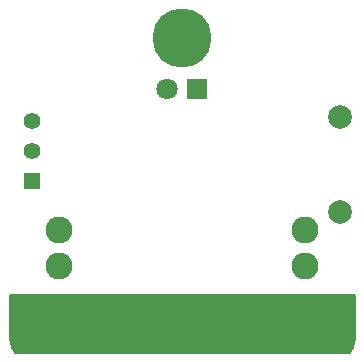
<source format=gtl>
G04 #@! TF.FileFunction,Copper,L1,Top,Signal*
%FSLAX46Y46*%
G04 Gerber Fmt 4.6, Leading zero omitted, Abs format (unit mm)*
G04 Created by KiCad (PCBNEW 4.0.7) date 09/04/18 12:43:30*
%MOMM*%
%LPD*%
G01*
G04 APERTURE LIST*
%ADD10C,0.100000*%
%ADD11C,1.998980*%
%ADD12C,5.000000*%
%ADD13C,2.286000*%
%ADD14R,1.800000X1.800000*%
%ADD15C,1.800000*%
%ADD16R,1.397000X1.397000*%
%ADD17C,1.397000*%
%ADD18C,0.254000*%
G04 APERTURE END LIST*
D10*
D11*
X188595000Y-81598000D03*
X188595000Y-89598000D03*
D12*
X175260000Y-74930000D03*
D13*
X185674000Y-94234000D03*
X164846000Y-94234000D03*
X185674000Y-91186000D03*
X164846000Y-91186000D03*
D14*
X176530000Y-79248000D03*
D15*
X173990000Y-79248000D03*
D16*
X162560000Y-86995000D03*
D17*
X162560000Y-84455000D03*
X162560000Y-81915000D03*
D18*
G36*
X189815000Y-100262533D02*
X189661398Y-101034743D01*
X189368563Y-101473000D01*
X161151438Y-101473000D01*
X160858602Y-101034741D01*
X160705000Y-100262533D01*
X160705000Y-96647000D01*
X189815000Y-96647000D01*
X189815000Y-100262533D01*
X189815000Y-100262533D01*
G37*
X189815000Y-100262533D02*
X189661398Y-101034743D01*
X189368563Y-101473000D01*
X161151438Y-101473000D01*
X160858602Y-101034741D01*
X160705000Y-100262533D01*
X160705000Y-96647000D01*
X189815000Y-96647000D01*
X189815000Y-100262533D01*
M02*

</source>
